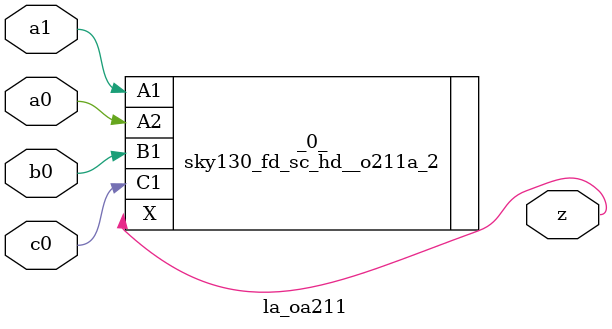
<source format=v>

module la_oa211(a0, a1, b0, c0, z);
  input a0;
  input a1;
  input b0;
  input c0;
  output z;
  sky130_fd_sc_hd__o211a_2 _0_ (
    .A1(a1),
    .A2(a0),
    .B1(b0),
    .C1(c0),
    .X(z)
  );
endmodule

</source>
